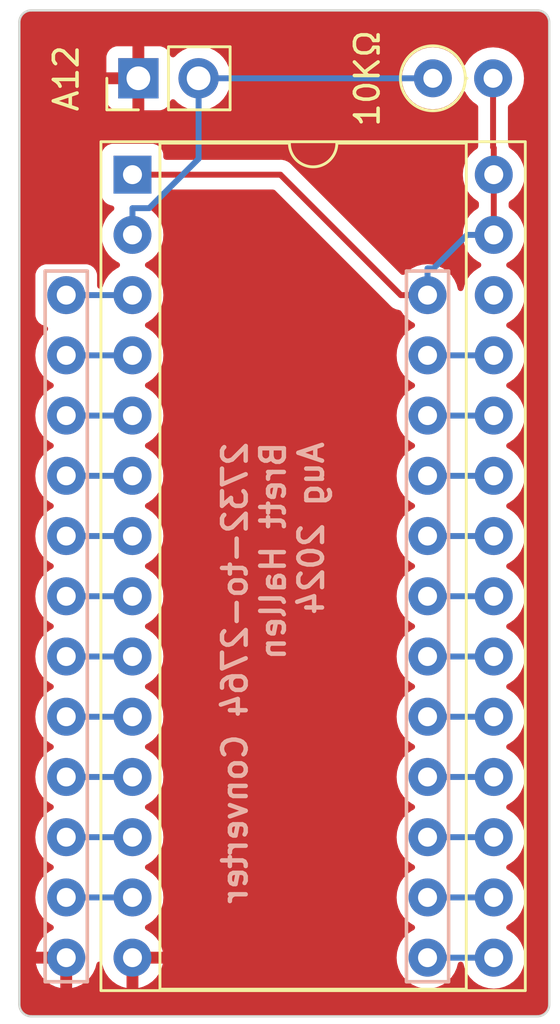
<source format=kicad_pcb>
(kicad_pcb (version 20240108) (generator "pcbnew") (generator_version "8.0")
  (layers (0 "F.Cu" signal) (31 "B.Cu" signal) (34 "B.Paste" user) (35 "F.Paste" user) (36 "B.SilkS" user "B.Silkscreen") (37 "F.SilkS" user "F.Silkscreen") (38 "B.Mask" user) (39 "F.Mask" user) (44 "Edge.Cuts" user))
  (net 0 "")
  (net 1 "A07")
  (net 2 "A06")
  (net 3 "A05")
  (net 4 "A04")
  (net 5 "A03")
  (net 6 "A02")
  (net 7 "A01")
  (net 8 "A00")
  (net 9 "D0")
  (net 10 "D1")
  (net 11 "D2")
  (net 12 "GND")
  (net 13 "D3")
  (net 14 "D4")
  (net 15 "D5")
  (net 16 "D6")
  (net 17 "D7")
  (net 18 "~{CE}")
  (net 19 "A10")
  (net 20 "~{OE}")
  (net 21 "A11")
  (net 22 "A09")
  (net 23 "A08")
  (net 24 "VCC")
  (net 25 "Net-(J2-Pin_2)")
  (footprint "Connector_PinHeader_2.54mm:PinHeader_1x02_P2.54mm_Vertical" (layer "F.Cu") (at 148.839 58.928 90)
    (property "Reference" "J3" (hide yes))
    (property "Value" "A12" (at 0 -3.043 90) (layer "F.SilkS"))
    (fp_line (start -1.33 -1.33) (end 0 -1.33) (stroke (width 0.12)) (layer "F.SilkS"))
    (fp_line (start -1.33 0) (end -1.33 -1.33) (stroke (width 0.12)) (layer "F.SilkS"))
    (fp_line (start 1.33 1.27) (end 1.33 3.87) (stroke (width 0.12)) (layer "F.SilkS"))
    (fp_line (start -1.33 1.27) (end 1.33 1.27) (stroke (width 0.12)) (layer "F.SilkS"))
    (fp_line (start -1.33 1.27) (end -1.33 3.87) (stroke (width 0.12)) (layer "F.SilkS"))
    (fp_line (start -1.33 3.87) (end 1.33 3.87) (stroke (width 0.12)) (layer "F.SilkS"))
    (pad "1" thru_hole rect (at 0 0 90) (size 1.7 1.7) (drill 1) (layers "*.Cu" "*.Mask") (net 12 "GND"))
    (pad "2" thru_hole oval (at 0 2.54 90) (size 1.7 1.7) (drill 1) (layers "*.Cu" "*.Mask") (net 25 "Net-(J2-Pin_2)"))
  )
  (footprint "Open2327RomAdapter:DIP-24_W15.24mm-Notch" (layer "F.Cu") (at 145.796 68.072)
    (property "Reference" "J1" (hide yes))
    (property "Value" "2732_ROM_Socket" (hide yes))
    (fp_line (start -0.889 -1.016) (end 0.889 -1.016) (stroke (width 0.15)) (layer "B.SilkS"))
    (fp_line (start -0.889 28.956) (end -0.889 -1.016) (stroke (width 0.15)) (layer "B.SilkS"))
    (fp_line (start 0.889 -1.016) (end 0.889 28.956) (stroke (width 0.15)) (layer "B.SilkS"))
    (fp_line (start 0.889 28.956) (end -0.889 28.956) (stroke (width 0.15)) (layer "B.SilkS"))
    (fp_line (start 14.351 -1.016) (end 16.129 -1.016) (stroke (width 0.15)) (layer "B.SilkS"))
    (fp_line (start 14.351 28.956) (end 14.351 -1.016) (stroke (width 0.15)) (layer "B.SilkS"))
    (fp_line (start 16.129 -1.016) (end 16.129 28.956) (stroke (width 0.15)) (layer "B.SilkS"))
    (fp_line (start 16.129 28.956) (end 14.351 28.956) (stroke (width 0.15)) (layer "B.SilkS"))
    (pad "1" thru_hole oval (at 0 0) (size 1.6 1.6) (drill 0.8) (layers "*.Cu" "*.Mask") (net 1 "A07"))
    (pad "2" thru_hole oval (at 0 2.54) (size 1.6 1.6) (drill 0.8) (layers "*.Cu" "*.Mask") (net 2 "A06"))
    (pad "3" thru_hole oval (at 0 5.08) (size 1.6 1.6) (drill 0.8) (layers "*.Cu" "*.Mask") (net 3 "A05"))
    (pad "4" thru_hole oval (at 0 7.62) (size 1.6 1.6) (drill 0.8) (layers "*.Cu" "*.Mask") (net 4 "A04"))
    (pad "5" thru_hole oval (at 0 10.16) (size 1.6 1.6) (drill 0.8) (layers "*.Cu" "*.Mask") (net 5 "A03"))
    (pad "6" thru_hole oval (at 0 12.7) (size 1.6 1.6) (drill 0.8) (layers "*.Cu" "*.Mask") (net 6 "A02"))
    (pad "7" thru_hole oval (at 0 15.24) (size 1.6 1.6) (drill 0.8) (layers "*.Cu" "*.Mask") (net 7 "A01"))
    (pad "8" thru_hole oval (at 0 17.78) (size 1.6 1.6) (drill 0.8) (layers "*.Cu" "*.Mask") (net 8 "A00"))
    (pad "9" thru_hole oval (at 0 20.32) (size 1.6 1.6) (drill 0.8) (layers "*.Cu" "*.Mask") (net 9 "D0"))
    (pad "10" thru_hole oval (at 0 22.86) (size 1.6 1.6) (drill 0.8) (layers "*.Cu" "*.Mask") (net 10 "D1"))
    (pad "11" thru_hole oval (at 0 25.4) (size 1.6 1.6) (drill 0.8) (layers "*.Cu" "*.Mask") (net 11 "D2"))
    (pad "12" thru_hole oval (at 0 27.94) (size 1.6 1.6) (drill 0.8) (layers "*.Cu" "*.Mask") (net 12 "GND"))
    (pad "13" thru_hole oval (at 15.24 27.94) (size 1.6 1.6) (drill 0.8) (layers "*.Cu" "*.Mask") (net 13 "D3"))
    (pad "14" thru_hole oval (at 15.24 25.4) (size 1.6 1.6) (drill 0.8) (layers "*.Cu" "*.Mask") (net 14 "D4"))
    (pad "15" thru_hole oval (at 15.24 22.86) (size 1.6 1.6) (drill 0.8) (layers "*.Cu" "*.Mask") (net 15 "D5"))
    (pad "16" thru_hole oval (at 15.24 20.32) (size 1.6 1.6) (drill 0.8) (layers "*.Cu" "*.Mask") (net 16 "D6"))
    (pad "17" thru_hole oval (at 15.24 17.78) (size 1.6 1.6) (drill 0.8) (layers "*.Cu" "*.Mask") (net 17 "D7"))
    (pad "18" thru_hole oval (at 15.24 15.24) (size 1.6 1.6) (drill 0.8) (layers "*.Cu" "*.Mask") (net 18 "~{CE}"))
    (pad "19" thru_hole oval (at 15.24 12.7) (size 1.6 1.6) (drill 0.8) (layers "*.Cu" "*.Mask") (net 19 "A10"))
    (pad "20" thru_hole oval (at 15.24 10.16) (size 1.6 1.6) (drill 0.8) (layers "*.Cu" "*.Mask") (net 20 "~{OE}"))
    (pad "21" thru_hole oval (at 15.24 7.62) (size 1.6 1.6) (drill 0.8) (layers "*.Cu" "*.Mask") (net 21 "A11"))
    (pad "22" thru_hole oval (at 15.24 5.08) (size 1.6 1.6) (drill 0.8) (layers "*.Cu" "*.Mask") (net 22 "A09"))
    (pad "23" thru_hole oval (at 15.24 2.54) (size 1.6 1.6) (drill 0.8) (layers "*.Cu" "*.Mask") (net 23 "A08"))
    (pad "24" thru_hole oval (at 15.24 0) (size 1.6 1.6) (drill 0.8) (layers "*.Cu" "*.Mask") (net 24 "VCC"))
  )
  (footprint "Resistor_THT:R_Axial_DIN0207_L6.3mm_D2.5mm_P2.54mm_Vertical" (layer "F.Cu") (at 161.261 58.928)
    (property "Reference" "R1" (hide yes))
    (property "Value" "10KΩ" (at -2.765 0 90) (layer "F.SilkS"))
    (fp_line (start 1.37 0) (end 1.44 0) (stroke (width 0.12)) (layer "F.SilkS"))
    (fp_circle (center 0 0) (end 1.37 0) (stroke (width 0.12)) (fill none) (layer "F.SilkS"))
    (pad "1" thru_hole circle (at 0 0) (size 1.6 1.6) (drill 0.8) (layers "*.Cu" "*.Mask") (net 25 "Net-(J2-Pin_2)"))
    (pad "2" thru_hole oval (at 2.54 0) (size 1.6 1.6) (drill 0.8) (layers "*.Cu" "*.Mask") (net 24 "VCC"))
  )
  (footprint "Package_DIP:DIP-28_W15.24mm_Socket" (layer "F.Cu") (at 148.59 62.992)
    (property "Reference" "J2" (hide yes))
    (property "Value" "2764" (hide yes))
    (fp_line (start -1.33 -1.39) (end -1.33 34.41) (stroke (width 0.12)) (layer "F.SilkS"))
    (fp_line (start -1.33 34.41) (end 16.57 34.41) (stroke (width 0.12)) (layer "F.SilkS"))
    (fp_line (start 1.16 -1.33) (end 1.16 34.35) (stroke (width 0.12)) (layer "F.SilkS"))
    (fp_line (start 1.16 34.35) (end 14.08 34.35) (stroke (width 0.12)) (layer "F.SilkS"))
    (fp_line (start 6.62 -1.33) (end 1.16 -1.33) (stroke (width 0.12)) (layer "F.SilkS"))
    (fp_line (start 14.08 -1.33) (end 8.62 -1.33) (stroke (width 0.12)) (layer "F.SilkS"))
    (fp_line (start 14.08 34.35) (end 14.08 -1.33) (stroke (width 0.12)) (layer "F.SilkS"))
    (fp_line (start 16.57 -1.39) (end -1.33 -1.39) (stroke (width 0.12)) (layer "F.SilkS"))
    (fp_line (start 16.57 34.41) (end 16.57 -1.39) (stroke (width 0.12)) (layer "F.SilkS"))
    (fp_arc (start 8.62 -1.33) (mid 7.62 -0.33) (end 6.62 -1.33) (stroke (width 0.12)) (layer "F.SilkS"))
    (pad "1" thru_hole rect (at 0 0) (size 1.6 1.6) (drill 0.8) (layers "*.Cu" "*.Mask") (net 24 "VCC"))
    (pad "2" thru_hole oval (at 0 2.54) (size 1.6 1.6) (drill 0.8) (layers "*.Cu" "*.Mask") (net 25 "Net-(J2-Pin_2)"))
    (pad "3" thru_hole oval (at 0 5.08) (size 1.6 1.6) (drill 0.8) (layers "*.Cu" "*.Mask") (net 1 "A07"))
    (pad "4" thru_hole oval (at 0 7.62) (size 1.6 1.6) (drill 0.8) (layers "*.Cu" "*.Mask") (net 2 "A06"))
    (pad "5" thru_hole oval (at 0 10.16) (size 1.6 1.6) (drill 0.8) (layers "*.Cu" "*.Mask") (net 3 "A05"))
    (pad "6" thru_hole oval (at 0 12.7) (size 1.6 1.6) (drill 0.8) (layers "*.Cu" "*.Mask") (net 4 "A04"))
    (pad "7" thru_hole oval (at 0 15.24) (size 1.6 1.6) (drill 0.8) (layers "*.Cu" "*.Mask") (net 5 "A03"))
    (pad "8" thru_hole oval (at 0 17.78) (size 1.6 1.6) (drill 0.8) (layers "*.Cu" "*.Mask") (net 6 "A02"))
    (pad "9" thru_hole oval (at 0 20.32) (size 1.6 1.6) (drill 0.8) (layers "*.Cu" "*.Mask") (net 7 "A01"))
    (pad "10" thru_hole oval (at 0 22.86) (size 1.6 1.6) (drill 0.8) (layers "*.Cu" "*.Mask") (net 8 "A00"))
    (pad "11" thru_hole oval (at 0 25.4) (size 1.6 1.6) (drill 0.8) (layers "*.Cu" "*.Mask") (net 9 "D0"))
    (pad "12" thru_hole oval (at 0 27.94) (size 1.6 1.6) (drill 0.8) (layers "*.Cu" "*.Mask") (net 10 "D1"))
    (pad "13" thru_hole oval (at 0 30.48) (size 1.6 1.6) (drill 0.8) (layers "*.Cu" "*.Mask") (net 11 "D2"))
    (pad "14" thru_hole oval (at 0 33.02) (size 1.6 1.6) (drill 0.8) (layers "*.Cu" "*.Mask") (net 12 "GND"))
    (pad "15" thru_hole oval (at 15.24 33.02) (size 1.6 1.6) (drill 0.8) (layers "*.Cu" "*.Mask") (net 13 "D3"))
    (pad "16" thru_hole oval (at 15.24 30.48) (size 1.6 1.6) (drill 0.8) (layers "*.Cu" "*.Mask") (net 14 "D4"))
    (pad "17" thru_hole oval (at 15.24 27.94) (size 1.6 1.6) (drill 0.8) (layers "*.Cu" "*.Mask") (net 15 "D5"))
    (pad "18" thru_hole oval (at 15.24 25.4) (size 1.6 1.6) (drill 0.8) (layers "*.Cu" "*.Mask") (net 16 "D6"))
    (pad "19" thru_hole oval (at 15.24 22.86) (size 1.6 1.6) (drill 0.8) (layers "*.Cu" "*.Mask") (net 17 "D7"))
    (pad "20" thru_hole oval (at 15.24 20.32) (size 1.6 1.6) (drill 0.8) (layers "*.Cu" "*.Mask") (net 18 "~{CE}"))
    (pad "21" thru_hole oval (at 15.24 17.78) (size 1.6 1.6) (drill 0.8) (layers "*.Cu" "*.Mask") (net 19 "A10"))
    (pad "22" thru_hole oval (at 15.24 15.24) (size 1.6 1.6) (drill 0.8) (layers "*.Cu" "*.Mask") (net 20 "~{OE}"))
    (pad "23" thru_hole oval (at 15.24 12.7) (size 1.6 1.6) (drill 0.8) (layers "*.Cu" "*.Mask") (net 21 "A11"))
    (pad "24" thru_hole oval (at 15.24 10.16) (size 1.6 1.6) (drill 0.8) (layers "*.Cu" "*.Mask") (net 22 "A09"))
    (pad "25" thru_hole oval (at 15.24 7.62) (size 1.6 1.6) (drill 0.8) (layers "*.Cu" "*.Mask") (net 23 "A08"))
    (pad "26" thru_hole oval (at 15.24 5.08) (size 1.6 1.6) (drill 0.8) (layers "*.Cu" "*.Mask"))
    (pad "27" thru_hole oval (at 15.24 2.54) (size 1.6 1.6) (drill 0.8) (layers "*.Cu" "*.Mask") (net 24 "VCC"))
    (pad "28" thru_hole oval (at 15.24 0) (size 1.6 1.6) (drill 0.8) (layers "*.Cu" "*.Mask") (net 24 "VCC"))
  )
  (gr_line (start 144.318431 56.066371) (end 165.670431 56.066371) (stroke (width 0.1)) (layer "Edge.Cuts"))
  (gr_line (start 166.170431 56.566371) (end 166.170431 97.984371) (stroke (width 0.1)) (layer "Edge.Cuts"))
  (gr_line (start 143.818431 97.984371) (end 143.818431 56.566371) (stroke (width 0.1)) (layer "Edge.Cuts"))
  (gr_arc (start 143.818431 56.566371) (mid 143.964878 56.212818) (end 144.318431 56.066371) (stroke (width 0.1)) (layer "Edge.Cuts"))
  (gr_line (start 165.670431 98.484371) (end 144.318431 98.484371) (stroke (width 0.1)) (layer "Edge.Cuts"))
  (gr_arc (start 165.670431 56.066371) (mid 166.023975 56.212827) (end 166.170431 56.566371) (stroke (width 0.1)) (layer "Edge.Cuts"))
  (gr_arc (start 144.318431 98.484371) (mid 143.964868 98.337934) (end 143.818431 97.984371) (stroke (width 0.1)) (layer "Edge.Cuts"))
  (gr_arc (start 166.170431 97.984371) (mid 166.023997 98.337954) (end 165.670431 98.484371) (stroke (width 0.1)) (layer "Edge.Cuts"))
  (gr_text "2732-to-2764 Converter\nBrett Hallen\nAug 2024" (at 156.718 74.168 90) (layer "B.SilkS") (effects (font (size 1 1) (thickness 0.1875)) (justify left bottom mirror)))
  (segment (start 148.59 68.072) (end 145.796 68.072) (width 0.25) (layer "B.Cu") (net 1))
  (segment (start 148.59 70.612) (end 145.796 70.612) (width 0.25) (layer "B.Cu") (net 2))
  (segment (start 148.59 73.152) (end 145.796 73.152) (width 0.25) (layer "B.Cu") (net 3))
  (segment (start 148.59 75.692) (end 145.796 75.692) (width 0.25) (layer "B.Cu") (net 4))
  (segment (start 148.59 78.232) (end 145.796 78.232) (width 0.25) (layer "B.Cu") (net 5))
  (segment (start 148.59 80.772) (end 145.796 80.772) (width 0.25) (layer "B.Cu") (net 6))
  (segment (start 148.59 83.312) (end 145.796 83.312) (width 0.25) (layer "B.Cu") (net 7))
  (segment (start 148.59 85.852) (end 145.796 85.852) (width 0.25) (layer "B.Cu") (net 8))
  (segment (start 148.59 88.392) (end 145.796 88.392) (width 0.25) (layer "B.Cu") (net 9))
  (segment (start 148.59 90.932) (end 145.796 90.932) (width 0.25) (layer "B.Cu") (net 10))
  (segment (start 148.59 93.472) (end 145.796 93.472) (width 0.25) (layer "B.Cu") (net 11))
  (segment (start 163.83 96.012) (end 161.036 96.012) (width 0.25) (layer "B.Cu") (net 13))
  (segment (start 163.83 93.472) (end 161.036 93.472) (width 0.25) (layer "B.Cu") (net 14))
  (segment (start 163.83 90.932) (end 161.036 90.932) (width 0.25) (layer "B.Cu") (net 15))
  (segment (start 163.83 88.392) (end 161.036 88.392) (width 0.25) (layer "B.Cu") (net 16))
  (segment (start 163.83 85.852) (end 161.036 85.852) (width 0.25) (layer "B.Cu") (net 17))
  (segment (start 163.83 83.312) (end 161.036 83.312) (width 0.25) (layer "B.Cu") (net 18))
  (segment (start 163.83 80.772) (end 161.036 80.772) (width 0.25) (layer "B.Cu") (net 19))
  (segment (start 163.83 78.232) (end 161.036 78.232) (width 0.25) (layer "B.Cu") (net 20))
  (segment (start 163.83 75.692) (end 161.036 75.692) (width 0.25) (layer "B.Cu") (net 21))
  (segment (start 163.83 73.152) (end 161.036 73.152) (width 0.25) (layer "B.Cu") (net 22))
  (segment (start 163.83 70.612) (end 161.036 70.612) (width 0.25) (layer "B.Cu") (net 23))
  (segment (start 163.83 62.992) (end 163.83 65.532) (width 0.25) (layer "F.Cu") (net 24))
  (segment (start 154.8291 62.992) (end 159.9091 68.072) (width 0.25) (layer "F.Cu") (net 24))
  (segment (start 163.83 62.992) (end 163.83 61.8651) (width 0.25) (layer "F.Cu") (net 24))
  (segment (start 163.801 58.928) (end 163.801 61.8361) (width 0.25) (layer "F.Cu") (net 24))
  (segment (start 161.036 68.072) (end 159.9091 68.072) (width 0.25) (layer "F.Cu") (net 24))
  (segment (start 163.801 61.8361) (end 163.83 61.8651) (width 0.25) (layer "F.Cu") (net 24))
  (segment (start 148.59 62.992) (end 154.8291 62.992) (width 0.25) (layer "F.Cu") (net 24))
  (segment (start 163.83 65.532) (end 162.7031 65.532) (width 0.25) (layer "B.Cu") (net 24))
  (segment (start 162.7031 65.532) (end 161.29 66.9451) (width 0.25) (layer "B.Cu") (net 24))
  (segment (start 161.29 66.9451) (end 161.036 66.9451) (width 0.25) (layer "B.Cu") (net 24))
  (segment (start 161.036 68.072) (end 161.036 66.9451) (width 0.25) (layer "B.Cu") (net 24))
  (segment (start 148.59 65.532) (end 148.59 64.4051) (width 0.25) (layer "B.Cu") (net 25))
  (segment (start 161.261 58.928) (end 151.379 58.928) (width 0.25) (layer "B.Cu") (net 25))
  (segment (start 151.379 62.3204) (end 151.379 58.928) (width 0.25) (layer "B.Cu") (net 25))
  (segment (start 148.59 64.4051) (end 149.2943 64.4051) (width 0.25) (layer "B.Cu") (net 25))
  (segment (start 149.2943 64.4051) (end 151.379 62.3204) (width 0.25) (layer "B.Cu") (net 25))
  (zone (net 12) (net_name "GND") (layer "F.Cu") (connect_pads (clearance 0.5)) (min_thickness 0.25) (fill yes (thermal_gap 0.5) (thermal_bridge_width 0.5))
    (polygon (pts (xy 166.624 55.626) (xy 166.624 98.806) (xy 143.002 98.806) (xy 143.002 55.626) (xy 143.256 55.626)))
  )
)
</source>
